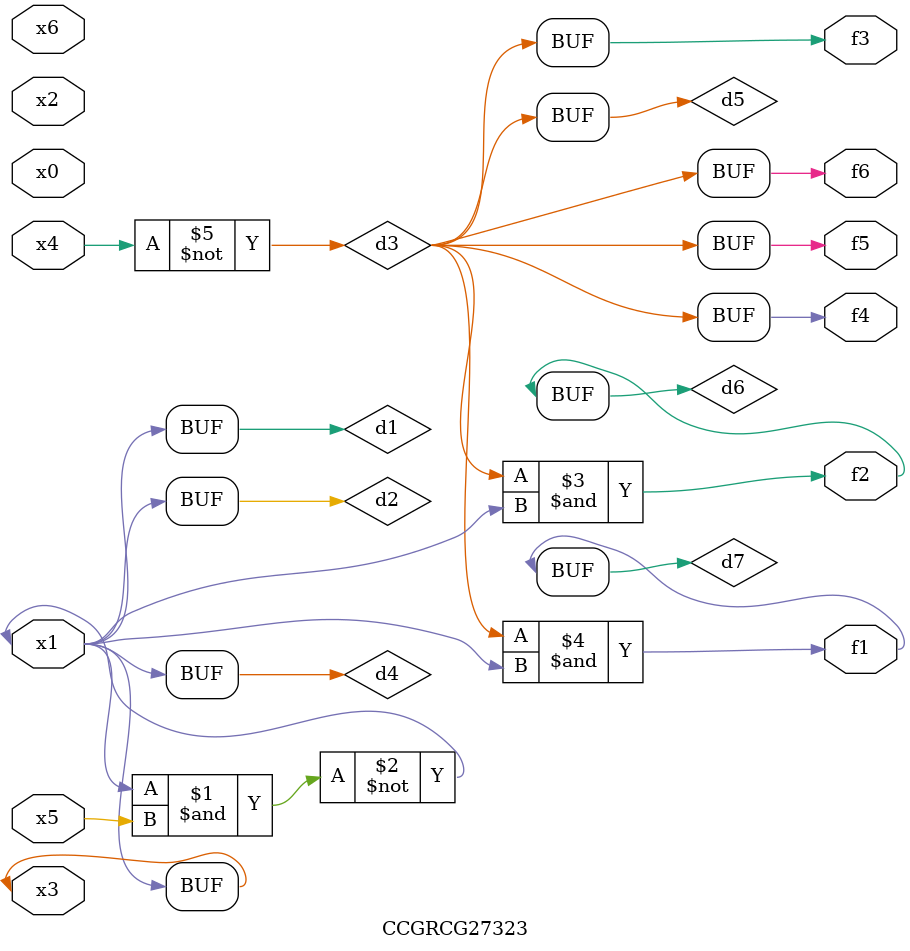
<source format=v>
module CCGRCG27323(
	input x0, x1, x2, x3, x4, x5, x6,
	output f1, f2, f3, f4, f5, f6
);

	wire d1, d2, d3, d4, d5, d6, d7;

	buf (d1, x1, x3);
	nand (d2, x1, x5);
	not (d3, x4);
	buf (d4, d1, d2);
	buf (d5, d3);
	and (d6, d3, d4);
	and (d7, d3, d4);
	assign f1 = d7;
	assign f2 = d6;
	assign f3 = d5;
	assign f4 = d5;
	assign f5 = d5;
	assign f6 = d5;
endmodule

</source>
